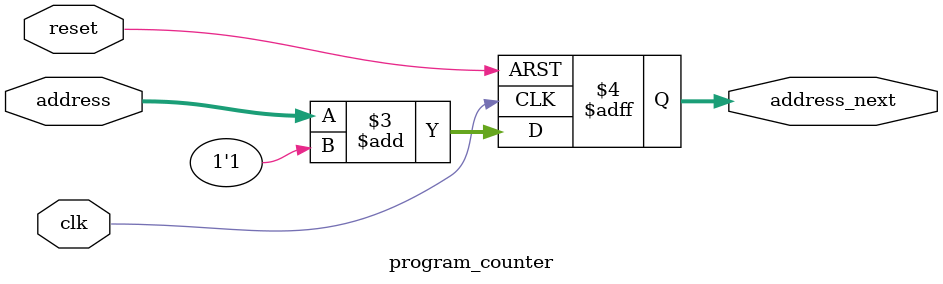
<source format=v>
`timescale 1ns / 1ps


module program_counter(
    input clk,
    input reset,
    input [5:0] address,
    output reg [5:0] address_next
    );
    
    always @(posedge clk or posedge reset) begin
        if (reset == 1) begin
            address_next <= 6'b000000;
        end 
        
        else 
            address_next = address + 1'b1;
     end 
     
endmodule

</source>
